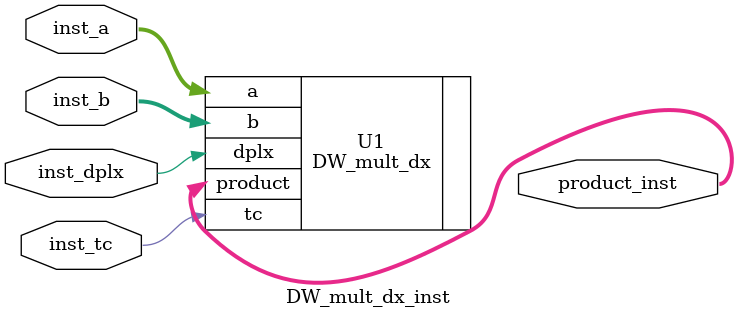
<source format=v>
module DW_mult_dx_inst(inst_a, inst_b, inst_tc, inst_dplx, product_inst);

  parameter width = 16;
  parameter p1_width = 8;

  input [width-1 : 0] inst_a;
  input [width-1 : 0] inst_b;
  input inst_tc;
  input inst_dplx;
  output [2*width-1 : 0] product_inst;

  // Instance of DW_mult_dx
  DW_mult_dx #(width, p1_width)
    U1 ( .a(inst_a),   .b(inst_b),   .tc(inst_tc),   .dplx(inst_dplx),
         .product(product_inst));

endmodule


</source>
